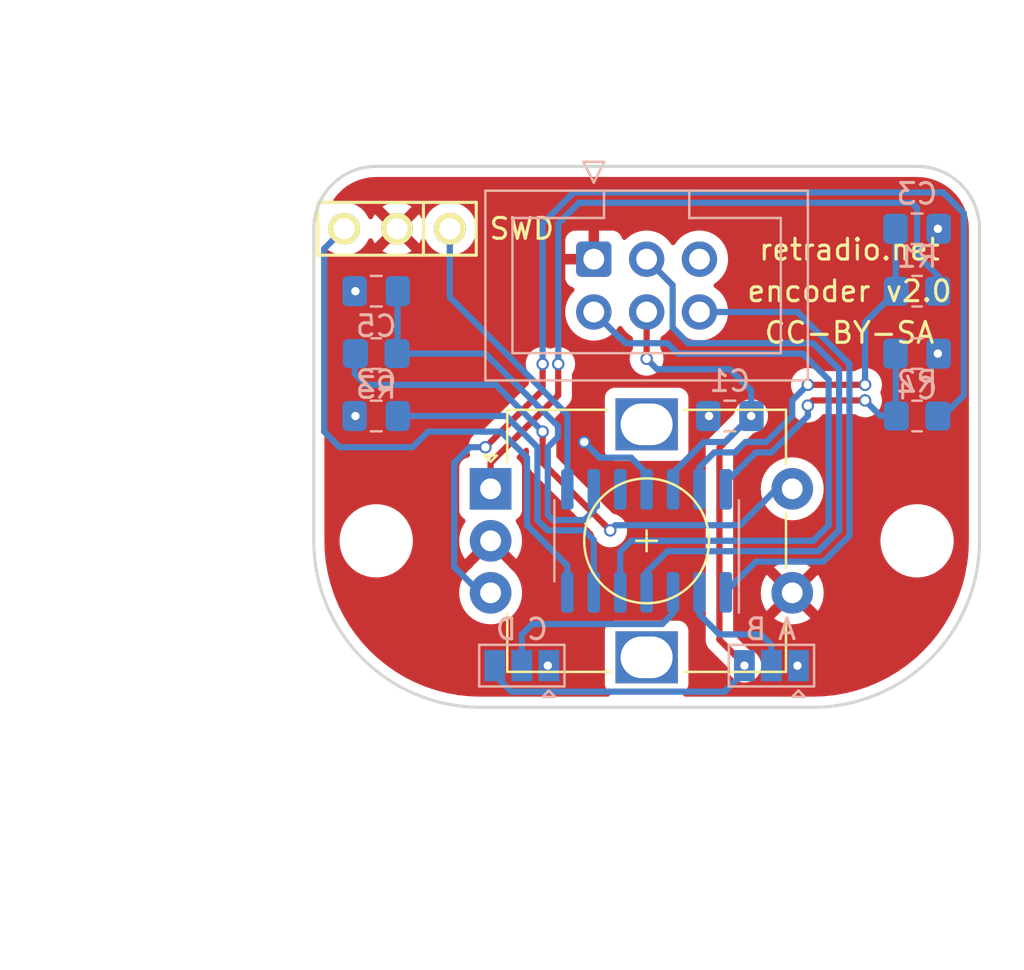
<source format=kicad_pcb>
(kicad_pcb (version 20211014) (generator pcbnew)
  (layers (0 "F.Cu" signal) (31 "B.Cu" signal) (34 "B.Paste" user) (35 "F.Paste" user) (36 "B.SilkS" user "B.Silkscreen") (37 "F.SilkS" user "F.Silkscreen") (38 "B.Mask" user) (39 "F.Mask" user) (44 "Edge.Cuts" user))
  (net 0 "")
  (net 1 "GND")
  (net 2 "+3V3")
  (net 3 "/ALERT")
  (net 4 "/SCL")
  (net 5 "/SDA")
  (net 6 "/SWDIO")
  (net 7 "/SWCLK")
  (net 8 "Net-(C2-Pad1)")
  (net 9 "/ENCA")
  (net 10 "/ENCB")
  (net 11 "/ENCP")
  (net 12 "/ADDR1")
  (net 13 "/ADDR0")
  (net 14 "Net-(R1-Pad1)")
  (net 15 "Net-(R2-Pad1)")
  (net 16 "Net-(R3-Pad1)")
  (footprint "Drake:RotaryEncoder_Bourns_PEC12R-4x20F-Sxxxx" (layer "F.Cu") (at 100 100)
    (fp_text reference "SW1" hide)
    (fp_text value "RotaryEncoder_Switch")
    (fp_line (start -7.8 -4.1) (end -7.2 -4.1) (layer "F.SilkS") (width 0.12))
    (fp_line (start -1.8 6.3) (end -6.7 6.3) (layer "F.SilkS") (width 0.12))
    (fp_line (start -6.7 -6.3) (end -6.7 -3.8) (layer "F.SilkS") (width 0.12))
    (fp_line (start -0.5 0) (end 0.5 0) (layer "F.SilkS") (width 0.12))
    (fp_line (start 6.7 3.7) (end 6.7 6.3) (layer "F.SilkS") (width 0.12))
    (fp_line (start -6.7 6.3) (end -6.7 3.5) (layer "F.SilkS") (width 0.12))
    (fp_line (start 0 -0.5) (end 0 0.5) (layer "F.SilkS") (width 0.12))
    (fp_line (start -7.5 -3.8) (end -7.8 -4.1) (layer "F.SilkS") (width 0.12))
    (fp_line (start 6.7 -1.3) (end 6.7 1.3) (layer "F.SilkS") (width 0.12))
    (fp_line (start 6.7 6.3) (end 1.8 6.3) (layer "F.SilkS") (width 0.12))
    (fp_line (start 6.7 -6.3) (end 6.7 -3.7) (layer "F.SilkS") (width 0.12))
    (fp_line (start -1.9 -6.3) (end -6.7 -6.3) (layer "F.SilkS") (width 0.12))
    (fp_line (start -7.2 -4.1) (end -7.5 -3.8) (layer "F.SilkS") (width 0.12))
    (fp_line (start 1.8 -6.3) (end 6.7 -6.3) (layer "F.SilkS") (width 0.12))
    (fp_circle (center 0 0) (end 3 0) (layer "F.SilkS") (width 0.12) (fill none))
    (pad "A" thru_hole rect locked (at -7.5 -2.5) (size 2 2) (drill 1) (layers *.Cu *.Mask) (net 14 "Net-(R1-Pad1)"))
    (pad "B" thru_hole circle locked (at -7.5 2.5) (size 2 2) (drill 1) (layers *.Cu *.Mask) (net 15 "Net-(R2-Pad1)"))
    (pad "C" thru_hole circle locked (at -7.5 0) (size 2 2) (drill 1) (layers *.Cu *.Mask) (net 1 "GND"))
    (pad "MP" thru_hole rect locked (at 0 5.6) (size 3 2.5) (drill oval 2.5 2) (layers *.Cu *.Mask))
    (pad "MP" thru_hole rect locked (at 0 -5.6) (size 3 2.5) (drill oval 2.5 2) (layers *.Cu *.Mask))
    (pad "S1" thru_hole circle locked (at 7 -2.5) (size 2 2) (drill 1) (layers *.Cu *.Mask) (net 16 "Net-(R3-Pad1)"))
    (pad "S2" thru_hole circle locked (at 7 2.5) (size 2 2) (drill 1) (layers *.Cu *.Mask) (net 1 "GND"))
  )
  (footprint "Drake:SWD" (layer "F.Cu") (at 88 85 180)
    (fp_text reference "X2" hide)
    (fp_text value "SWD")
    (fp_line (start 3.81 1.27) (end -3.81 1.27) (layer "F.SilkS") (width 0.15))
    (fp_line (start -3.81 -1.27) (end 3.81 -1.27) (layer "F.SilkS") (width 0.15))
    (fp_line (start -1.27 -1.27) (end -1.27 1.27) (layer "F.SilkS") (width 0.15))
    (fp_line (start -3.81 1.27) (end -3.81 -1.27) (layer "F.SilkS") (width 0.15))
    (fp_line (start 3.81 -1.27) (end 3.81 1.27) (layer "F.SilkS") (width 0.15))
    (pad "1" thru_hole circle locked (at -2.54 0 180) (size 1.524 1.524) (drill 1.016) (layers *.Cu *.Mask "F.SilkS") (net 6 "/SWDIO"))
    (pad "2" thru_hole circle locked (at 0 0 180) (size 1.524 1.524) (drill 1.016) (layers *.Cu *.Mask "F.SilkS") (net 1 "GND"))
    (pad "3" thru_hole circle locked (at 2.54 0 180) (size 1.524 1.524) (drill 1.016) (layers *.Cu *.Mask "F.SilkS") (net 7 "/SWCLK"))
  )
  (footprint "Capacitor_SMD:C_0805_2012Metric_Pad1.18x1.45mm_HandSolder" (layer "B.Cu") (at 104 94 180)
    (fp_text reference "C1" (at 0 1.68) (layer "B.SilkS") (effects (justify mirror)))
    (fp_text value "100n")
    (fp_line (start -0.261252 -0.735) (end 0.261252 -0.735) (layer "B.SilkS") (width 0.12))
    (fp_line (start -0.261252 0.735) (end 0.261252 0.735) (layer "B.SilkS") (width 0.12))
    (pad "1" smd roundrect locked (at -1.0375 0 180) (size 1.175 1.45) (layers "B.Cu" "B.Paste" "B.Mask") (roundrect_rratio 0.212766) (net 2 "+3V3"))
    (pad "2" smd roundrect locked (at 1.0375 0 180) (size 1.175 1.45) (layers "B.Cu" "B.Paste" "B.Mask") (roundrect_rratio 0.212766) (net 1 "GND"))
  )
  (footprint "Capacitor_SMD:C_0805_2012Metric_Pad1.18x1.45mm_HandSolder" (layer "B.Cu") (at 87 94 180)
    (fp_text reference "C2" (at 0 1.68) (layer "B.SilkS") (effects (justify mirror)))
    (fp_text value "100n")
    (fp_line (start -0.261252 0.735) (end 0.261252 0.735) (layer "B.SilkS") (width 0.12))
    (fp_line (start -0.261252 -0.735) (end 0.261252 -0.735) (layer "B.SilkS") (width 0.12))
    (pad "1" smd roundrect locked (at -1.0375 0 180) (size 1.175 1.45) (layers "B.Cu" "B.Paste" "B.Mask") (roundrect_rratio 0.212766) (net 8 "Net-(C2-Pad1)"))
    (pad "2" smd roundrect locked (at 1.0375 0 180) (size 1.175 1.45) (layers "B.Cu" "B.Paste" "B.Mask") (roundrect_rratio 0.212766) (net 1 "GND"))
  )
  (footprint "Capacitor_SMD:C_0805_2012Metric_Pad1.18x1.45mm_HandSolder" (layer "B.Cu") (at 113 85 180)
    (fp_text reference "C3" (at 0 1.68) (layer "B.SilkS") (effects (justify mirror)))
    (fp_text value "100n")
    (fp_line (start -0.261252 0.735) (end 0.261252 0.735) (layer "B.SilkS") (width 0.12))
    (fp_line (start -0.261252 -0.735) (end 0.261252 -0.735) (layer "B.SilkS") (width 0.12))
    (pad "1" smd roundrect locked (at -1.0375 0 180) (size 1.175 1.45) (layers "B.Cu" "B.Paste" "B.Mask") (roundrect_rratio 0.212766) (net 1 "GND"))
    (pad "2" smd roundrect locked (at 1.0375 0 180) (size 1.175 1.45) (layers "B.Cu" "B.Paste" "B.Mask") (roundrect_rratio 0.212766) (net 9 "/ENCA"))
  )
  (footprint "Capacitor_SMD:C_0805_2012Metric_Pad1.18x1.45mm_HandSolder" (layer "B.Cu") (at 113 91)
    (fp_text reference "C4" (at 0 1.68 180) (layer "B.SilkS") (effects (justify mirror)))
    (fp_text value "100n")
    (fp_line (start -0.261252 -0.735) (end 0.261252 -0.735) (layer "B.SilkS") (width 0.12))
    (fp_line (start -0.261252 0.735) (end 0.261252 0.735) (layer "B.SilkS") (width 0.12))
    (pad "1" smd roundrect locked (at -1.0375 0) (size 1.175 1.45) (layers "B.Cu" "B.Paste" "B.Mask") (roundrect_rratio 0.212766) (net 10 "/ENCB"))
    (pad "2" smd roundrect locked (at 1.0375 0) (size 1.175 1.45) (layers "B.Cu" "B.Paste" "B.Mask") (roundrect_rratio 0.212766) (net 1 "GND"))
  )
  (footprint "Capacitor_SMD:C_0805_2012Metric_Pad1.18x1.45mm_HandSolder" (layer "B.Cu") (at 87 88)
    (fp_text reference "C5" (at 0 1.68 180) (layer "B.SilkS") (effects (justify mirror)))
    (fp_text value "100n")
    (fp_line (start -0.261252 -0.735) (end 0.261252 -0.735) (layer "B.SilkS") (width 0.12))
    (fp_line (start -0.261252 0.735) (end 0.261252 0.735) (layer "B.SilkS") (width 0.12))
    (pad "1" smd roundrect locked (at -1.0375 0) (size 1.175 1.45) (layers "B.Cu" "B.Paste" "B.Mask") (roundrect_rratio 0.212766) (net 1 "GND"))
    (pad "2" smd roundrect locked (at 1.0375 0) (size 1.175 1.45) (layers "B.Cu" "B.Paste" "B.Mask") (roundrect_rratio 0.212766) (net 11 "/ENCP"))
  )
  (footprint "MountingHole:MountingHole_2.5mm" (layer "B.Cu") (at 113 100)
    (fp_text reference "H2" hide)
    (fp_text value "MountingHole")
    (pad "" np_thru_hole circle locked (at 0 0) (size 2.5 2.5) (drill 2.5) (layers *.Cu *.Mask))
  )
  (footprint "Jumper:SolderJumper-3_P1.3mm_Open_Pad1.0x1.5mm" (layer "B.Cu") (at 94 106 180)
    (fp_text reference "J1" hide)
    (fp_text value "GS3")
    (fp_line (start -2.05 1) (end 2.05 1) (layer "B.SilkS") (width 0.12))
    (fp_line (start 2.05 -1) (end -2.05 -1) (layer "B.SilkS") (width 0.12))
    (fp_line (start -1.3 -1.2) (end -1.6 -1.5) (layer "B.SilkS") (width 0.12))
    (fp_line (start 2.05 1) (end 2.05 -1) (layer "B.SilkS") (width 0.12))
    (fp_line (start -1.3 -1.2) (end -1 -1.5) (layer "B.SilkS") (width 0.12))
    (fp_line (start -2.05 -1) (end -2.05 1) (layer "B.SilkS") (width 0.12))
    (fp_line (start -1.6 -1.5) (end -1 -1.5) (layer "B.SilkS") (width 0.12))
    (pad "1" smd rect locked (at -1.3 0 180) (size 1 1.5) (layers "B.Cu" "B.Mask") (net 1 "GND"))
    (pad "2" smd rect locked (at 0 0 180) (size 1 1.5) (layers "B.Cu" "B.Mask") (net 12 "/ADDR1"))
    (pad "3" smd rect locked (at 1.3 0 180) (size 1 1.5) (layers "B.Cu" "B.Mask") (net 2 "+3V3"))
  )
  (footprint "Jumper:SolderJumper-3_P1.3mm_Open_Pad1.0x1.5mm" (layer "B.Cu") (at 106 106 180)
    (fp_text reference "J2" hide)
    (fp_text value "GS3")
    (fp_line (start -1.3 -1.2) (end -1 -1.5) (layer "B.SilkS") (width 0.12))
    (fp_line (start -2.05 1) (end 2.05 1) (layer "B.SilkS") (width 0.12))
    (fp_line (start -2.05 -1) (end -2.05 1) (layer "B.SilkS") (width 0.12))
    (fp_line (start 2.05 1) (end 2.05 -1) (layer "B.SilkS") (width 0.12))
    (fp_line (start -1.3 -1.2) (end -1.6 -1.5) (layer "B.SilkS") (width 0.12))
    (fp_line (start -1.6 -1.5) (end -1 -1.5) (layer "B.SilkS") (width 0.12))
    (fp_line (start 2.05 -1) (end -2.05 -1) (layer "B.SilkS") (width 0.12))
    (pad "1" smd rect locked (at -1.3 0 180) (size 1 1.5) (layers "B.Cu" "B.Mask") (net 1 "GND"))
    (pad "2" smd rect locked (at 0 0 180) (size 1 1.5) (layers "B.Cu" "B.Mask") (net 13 "/ADDR0"))
    (pad "3" smd rect locked (at 1.3 0 180) (size 1 1.5) (layers "B.Cu" "B.Mask") (net 2 "+3V3"))
  )
  (footprint "Resistor_SMD:R_0805_2012Metric_Pad1.20x1.40mm_HandSolder" (layer "B.Cu") (at 113 88 180)
    (fp_text reference "R1" (at 0 1.65) (layer "B.SilkS") (effects (justify mirror)))
    (fp_text value "10k")
    (fp_line (start -0.227064 -0.735) (end 0.227064 -0.735) (layer "B.SilkS") (width 0.12))
    (fp_line (start -0.227064 0.735) (end 0.227064 0.735) (layer "B.SilkS") (width 0.12))
    (pad "1" smd roundrect locked (at -1 0 180) (size 1.2 1.4) (layers "B.Cu" "B.Paste" "B.Mask") (roundrect_rratio 0.208333) (net 14 "Net-(R1-Pad1)"))
    (pad "2" smd roundrect locked (at 1 0 180) (size 1.2 1.4) (layers "B.Cu" "B.Paste" "B.Mask") (roundrect_rratio 0.208333) (net 9 "/ENCA"))
  )
  (footprint "Resistor_SMD:R_0805_2012Metric_Pad1.20x1.40mm_HandSolder" (layer "B.Cu") (at 113 94 180)
    (fp_text reference "R2" (at 0 1.65) (layer "B.SilkS") (effects (justify mirror)))
    (fp_text value "10k")
    (fp_line (start -0.227064 -0.735) (end 0.227064 -0.735) (layer "B.SilkS") (width 0.12))
    (fp_line (start -0.227064 0.735) (end 0.227064 0.735) (layer "B.SilkS") (width 0.12))
    (pad "1" smd roundrect locked (at -1 0 180) (size 1.2 1.4) (layers "B.Cu" "B.Paste" "B.Mask") (roundrect_rratio 0.208333) (net 15 "Net-(R2-Pad1)"))
    (pad "2" smd roundrect locked (at 1 0 180) (size 1.2 1.4) (layers "B.Cu" "B.Paste" "B.Mask") (roundrect_rratio 0.208333) (net 10 "/ENCB"))
  )
  (footprint "Resistor_SMD:R_0805_2012Metric_Pad1.20x1.40mm_HandSolder" (layer "B.Cu") (at 87 91)
    (fp_text reference "R3" (at 0 1.65 180) (layer "B.SilkS") (effects (justify mirror)))
    (fp_text value "10k")
    (fp_line (start -0.227064 -0.735) (end 0.227064 -0.735) (layer "B.SilkS") (width 0.12))
    (fp_line (start -0.227064 0.735) (end 0.227064 0.735) (layer "B.SilkS") (width 0.12))
    (pad "1" smd roundrect locked (at -1 0) (size 1.2 1.4) (layers "B.Cu" "B.Paste" "B.Mask") (roundrect_rratio 0.208333) (net 16 "Net-(R3-Pad1)"))
    (pad "2" smd roundrect locked (at 1 0) (size 1.2 1.4) (layers "B.Cu" "B.Paste" "B.Mask") (roundrect_rratio 0.208333) (net 11 "/ENCP"))
  )
  (footprint "Package_SO:SOIC-14_3.9x8.7mm_P1.27mm" (layer "B.Cu") (at 100 100 90)
    (fp_text reference "U1" hide)
    (fp_text value "ATSAMD11C14A-SS")
    (fp_line (start 0 4.435) (end 1.95 4.435) (layer "B.SilkS") (width 0.12))
    (fp_line (start 0 4.435) (end -3.45 4.435) (layer "B.SilkS") (width 0.12))
    (fp_line (start 0 -4.435) (end 1.95 -4.435) (layer "B.SilkS") (width 0.12))
    (fp_line (start 0 -4.435) (end -1.95 -4.435) (layer "B.SilkS") (width 0.12))
    (pad "1" smd roundrect locked (at -2.475 3.81 90) (size 1.95 0.6) (layers "B.Cu" "B.Paste" "B.Mask") (net 3 "/ALERT"))
    (pad "2" smd roundrect locked (at -2.475 2.54 90) (size 1.95 0.6) (layers "B.Cu" "B.Paste" "B.Mask") (net 13 "/ADDR0"))
    (pad "3" smd roundrect locked (at -2.475 1.27 90) (size 1.95 0.6) (layers "B.Cu" "B.Paste" "B.Mask") (net 12 "/ADDR1"))
    (pad "4" smd roundrect locked (at -2.475 0 90) (size 1.95 0.6) (layers "B.Cu" "B.Paste" "B.Mask") (net 5 "/SDA"))
    (pad "5" smd roundrect locked (at -2.475 -1.27 90) (size 1.95 0.6) (layers "B.Cu" "B.Paste" "B.Mask") (net 4 "/SCL"))
    (pad "6" smd roundrect locked (at -2.475 -2.54 90) (size 1.95 0.6) (layers "B.Cu" "B.Paste" "B.Mask") (net 8 "Net-(C2-Pad1)"))
    (pad "7" smd roundrect locked (at -2.475 -3.81 90) (size 1.95 0.6) (layers "B.Cu" "B.Paste" "B.Mask") (net 7 "/SWCLK"))
    (pad "8" smd roundrect locked (at 2.475 -3.81 90) (size 1.95 0.6) (layers "B.Cu" "B.Paste" "B.Mask") (net 6 "/SWDIO"))
    (pad "9" smd roundrect locked (at 2.475 -2.54 90) (size 1.95 0.6) (layers "B.Cu" "B.Paste" "B.Mask") (net 11 "/ENCP"))
    (pad "10" smd roundrect locked (at 2.475 -1.27 90) (size 1.95 0.6) (layers "B.Cu" "B.Paste" "B.Mask"))
    (pad "11" smd roundrect locked (at 2.475 0 90) (size 1.95 0.6) (layers "B.Cu" "B.Paste" "B.Mask") (net 1 "GND"))
    (pad "12" smd roundrect locked (at 2.475 1.27 90) (size 1.95 0.6) (layers "B.Cu" "B.Paste" "B.Mask") (net 2 "+3V3"))
    (pad "13" smd roundrect locked (at 2.475 2.54 90) (size 1.95 0.6) (layers "B.Cu" "B.Paste" "B.Mask") (net 9 "/ENCA"))
    (pad "14" smd roundrect locked (at 2.475 3.81 90) (size 1.95 0.6) (layers "B.Cu" "B.Paste" "B.Mask") (net 10 "/ENCB"))
  )
  (footprint "Connector_IDC:IDC-Header_2x03_P2.54mm_Vertical" (layer "B.Cu") (at 97.46 86.46 -90)
    (fp_text reference "X1" hide)
    (fp_text value "I2C-6P")
    (fp_line (start -3.29 -0.49) (end -1.98 -0.49) (layer "B.SilkS") (width 0.12))
    (fp_line (start -1.98 -8.99) (end -1.98 -4.59) (layer "B.SilkS") (width 0.12))
    (fp_line (start 5.83 5.21) (end 5.83 -10.29) (layer "B.SilkS") (width 0.12))
    (fp_line (start -1.98 -4.59) (end -3.29 -4.59) (layer "B.SilkS") (width 0.12))
    (fp_line (start -1.98 -0.49) (end -1.98 3.91) (layer "B.SilkS") (width 0.12))
    (fp_line (start 5.83 -10.29) (end -3.29 -10.29) (layer "B.SilkS") (width 0.12))
    (fp_line (start -1.98 3.91) (end 4.52 3.91) (layer "B.SilkS") (width 0.12))
    (fp_line (start -4.68 -0.5) (end -3.68 0) (layer "B.SilkS") (width 0.12))
    (fp_line (start -1.98 -4.59) (end -1.98 -4.59) (layer "B.SilkS") (width 0.12))
    (fp_line (start -3.29 -10.29) (end -3.29 5.21) (layer "B.SilkS") (width 0.12))
    (fp_line (start -4.68 0.5) (end -4.68 -0.5) (layer "B.SilkS") (width 0.12))
    (fp_line (start -3.68 0) (end -4.68 0.5) (layer "B.SilkS") (width 0.12))
    (fp_line (start -3.29 5.21) (end 5.83 5.21) (layer "B.SilkS") (width 0.12))
    (fp_line (start 4.52 3.91) (end 4.52 -8.99) (layer "B.SilkS") (width 0.12))
    (fp_line (start 4.52 -8.99) (end -1.98 -8.99) (layer "B.SilkS") (width 0.12))
    (pad "1" thru_hole roundrect locked (at 0 0 270) (size 1.7 1.7) (drill 1) (layers *.Cu *.Mask) (roundrect_rratio 0.147059) (net 1 "GND"))
    (pad "2" thru_hole circle locked (at 2.54 0 270) (size 1.7 1.7) (drill 1) (layers *.Cu *.Mask) (net 4 "/SCL"))
    (pad "3" thru_hole circle locked (at 0 -2.54 270) (size 1.7 1.7) (drill 1) (layers *.Cu *.Mask) (net 5 "/SDA"))
    (pad "4" thru_hole circle locked (at 2.54 -2.54 270) (size 1.7 1.7) (drill 1) (layers *.Cu *.Mask) (net 2 "+3V3"))
    (pad "5" thru_hole circle locked (at 0 -5.08 270) (size 1.7 1.7) (drill 1) (layers *.Cu *.Mask))
    (pad "6" thru_hole circle locked (at 2.54 -5.08 270) (size 1.7 1.7) (drill 1) (layers *.Cu *.Mask) (net 3 "/ALERT"))
  )
  (footprint "MountingHole:MountingHole_2.5mm" (layer "B.Cu") (at 87 100)
    (fp_text reference "H1" hide)
    (fp_text value "MountingHole")
    (pad "" np_thru_hole circle locked (at 0 0) (size 2.5 2.5) (drill 2.5) (layers *.Cu *.Mask))
  )
  (gr_line (start 116 85) (end 116 100) (layer "Edge.Cuts") (width 0.15))
  (gr_arc (start 92 108) (mid 86.343146 105.656854) (end 84 100) (layer "Edge.Cuts") (width 0.15))
  (gr_line (start 84 100) (end 84 85) (layer "Edge.Cuts") (width 0.15))
  (gr_arc (start 116 100) (mid 113.656854 105.656854) (end 108 108) (layer "Edge.Cuts") (width 0.15))
  (gr_arc (start 113 82) (mid 115.12132 82.87868) (end 116 85) (layer "Edge.Cuts") (width 0.15))
  (gr_line (start 108 108) (end 92 108) (layer "Edge.Cuts") (width 0.15))
  (gr_arc (start 84 85) (mid 84.87868 82.87868) (end 87 82) (layer "Edge.Cuts") (width 0.15))
  (gr_line (start 87 82) (end 113 82) (layer "Edge.Cuts") (width 0.15))
  (gr_text "C" (at 94.75 104.25) (layer "B.SilkS") (effects (font (size 1 1)) (justify mirror)))
  (gr_text "D" (at 93.25 104.25) (layer "B.SilkS") (effects (font (size 1 1)) (justify mirror)))
  (gr_text "B" (at 105.25 104.25) (layer "B.SilkS") (effects (font (size 1 1)) (justify mirror)))
  (gr_text "A" (at 106.75 104.25) (layer "B.SilkS") (effects (font (size 1 1)) (justify mirror)))
  (gr_text "encoder v2.0" (at 109.75 88) (layer "F.SilkS") (effects (font (size 1 1))))
  (gr_text "SWD" (at 94 85) (layer "F.SilkS") (effects (font (size 1 1))))
  (gr_text "CC-BY-SA" (at 109.75 90) (layer "F.SilkS") (effects (font (size 1 1))))
  (gr_text "retradio.net" (at 109.75 86) (layer "F.SilkS") (effects (font (size 1 1))))
  (via (at 95.25 106) (size 0.6) (drill 0.4) (layers "F.Cu" "B.Cu") (net 1))
  (via (at 86 88) (size 0.6) (drill 0.4) (layers "F.Cu" "B.Cu") (net 1))
  (via (at 97 95.25) (size 0.6) (drill 0.4) (layers "F.Cu" "B.Cu") (net 1))
  (via (at 114 91) (size 0.6) (drill 0.4) (layers "F.Cu" "B.Cu") (net 1))
  (via (at 86 94) (size 0.6) (drill 0.4) (layers "F.Cu" "B.Cu") (net 1))
  (via (at 107.25 106) (size 0.6) (drill 0.4) (layers "F.Cu" "B.Cu") (net 1))
  (via (at 103 94) (size 0.6) (drill 0.4) (layers "F.Cu" "B.Cu") (net 1))
  (via (at 114 85) (size 0.6) (drill 0.4) (layers "F.Cu" "B.Cu") (net 1))
  (segment (start 85.975 94) (end 86 94) (width 0.3) (layer "B.Cu") (net 1))
  (segment (start 114.025 85) (end 114 85) (width 0.3) (layer "B.Cu") (net 1))
  (segment (start 114.025 91) (end 114 91) (width 0.3) (layer "B.Cu") (net 1))
  (segment (start 97.75 96) (end 97 95.25) (width 0.3) (layer "B.Cu") (net 1))
  (segment (start 85.975 88) (end 86 88) (width 0.3) (layer "B.Cu") (net 1))
  (segment (start 100 96.75) (end 99.25 96) (width 0.3) (layer "B.Cu") (net 1))
  (segment (start 100 97.525) (end 100 96.75) (width 0.3) (layer "B.Cu") (net 1))
  (segment (start 99.25 96) (end 97.75 96) (width 0.3) (layer "B.Cu") (net 1))
  (segment (start 103.5 95.525) (end 103.5 104.75) (width 0.3) (layer "F.Cu") (net 2))
  (segment (start 105.025 94) (end 103.5 95.525) (width 0.3) (layer "F.Cu") (net 2))
  (segment (start 104.75 106) (end 104.7 106) (width 0.3) (layer "F.Cu") (net 2))
  (segment (start 103.5 104.75) (end 104.75 106) (width 0.3) (layer "F.Cu") (net 2))
  (segment (start 100 91.25) (end 100 89) (width 0.3) (layer "F.Cu") (net 2))
  (via (at 105.025 94) (size 0.6) (drill 0.4) (layers "F.Cu" "B.Cu") (net 2))
  (via (at 100 91.25) (size 0.6) (drill 0.4) (layers "F.Cu" "B.Cu") (net 2))
  (via (at 104.7 106) (size 0.6) (drill 0.4) (layers "F.Cu" "B.Cu") (net 2))
  (segment (start 100.5 91.75) (end 104 91.75) (width 0.3) (layer "B.Cu") (net 2))
  (segment (start 92.7 106.45) (end 93.5 107.25) (width 0.3) (layer "B.Cu") (net 2))
  (segment (start 103.775 95.25) (end 105.025 94) (width 0.3) (layer "B.Cu") (net 2))
  (segment (start 104 91.75) (end 105.025 92.775) (width 0.3) (layer "B.Cu") (net 2))
  (segment (start 104.7 106.3) (end 104.7 106) (width 0.3) (layer "B.Cu") (net 2))
  (segment (start 93.5 107.25) (end 103.75 107.25) (width 0.3) (layer "B.Cu") (net 2))
  (segment (start 103.75 107.25) (end 104.7 106.3) (width 0.3) (layer "B.Cu") (net 2))
  (segment (start 105.025 92.775) (end 105.025 94) (width 0.3) (layer "B.Cu") (net 2))
  (segment (start 101.27 96.73) (end 102.75 95.25) (width 0.3) (layer "B.Cu") (net 2))
  (segment (start 101.27 97.525) (end 101.27 96.73) (width 0.3) (layer "B.Cu") (net 2))
  (segment (start 102.75 95.25) (end 103.775 95.25) (width 0.3) (layer "B.Cu") (net 2))
  (segment (start 100 91.25) (end 100.5 91.75) (width 0.3) (layer "B.Cu") (net 2))
  (segment (start 105 93.975) (end 105.025 94) (width 0.3) (layer "B.Cu") (net 2))
  (segment (start 92.7 106) (end 92.7 106.45) (width 0.3) (layer "B.Cu") (net 2))
  (segment (start 102.54 89) (end 103.25 89) (width 0.3) (layer "B.Cu") (net 3))
  (segment (start 105.25 101) (end 108.5 101) (width 0.3) (layer "B.Cu") (net 3))
  (segment (start 108.5 101) (end 109.75 99.75) (width 0.3) (layer "B.Cu") (net 3))
  (segment (start 109.75 99.75) (end 109.75 91.5) (width 0.3) (layer "B.Cu") (net 3))
  (segment (start 107.25 89) (end 102.54 89) (width 0.3) (layer "B.Cu") (net 3))
  (segment (start 109.75 91.5) (end 107.25 89) (width 0.3) (layer "B.Cu") (net 3))
  (segment (start 103.81 102.44) (end 105.25 101) (width 0.3) (layer "B.Cu") (net 3))
  (segment (start 103.81 102.475) (end 103.81 102.44) (width 0.3) (layer "B.Cu") (net 3))
  (segment (start 99.25 100) (end 108 100) (width 0.3) (layer "B.Cu") (net 4))
  (segment (start 108.75 92.25) (end 107.5 91) (width 0.3) (layer "B.Cu") (net 4))
  (segment (start 98.71 90.25) (end 97.46 89) (width 0.3) (layer "B.Cu") (net 4))
  (segment (start 101.5 91) (end 101 90.5) (width 0.3) (layer "B.Cu") (net 4))
  (segment (start 98.73 102.475) (end 98.73 100.52) (width 0.3) (layer "B.Cu") (net 4))
  (segment (start 107.5 91) (end 101.5 91) (width 0.3) (layer "B.Cu") (net 4))
  (segment (start 99 90.5) (end 98.75 90.25) (width 0.3) (layer "B.Cu") (net 4))
  (segment (start 98.73 100.52) (end 99.25 100) (width 0.3) (layer "B.Cu") (net 4))
  (segment (start 108.75 99.25) (end 108.75 92.25) (width 0.3) (layer "B.Cu") (net 4))
  (segment (start 98.75 90.25) (end 98.71 90.25) (width 0.3) (layer "B.Cu") (net 4))
  (segment (start 101 90.5) (end 99 90.5) (width 0.3) (layer "B.Cu") (net 4))
  (segment (start 108 100) (end 108.75 99.25) (width 0.3) (layer "B.Cu") (net 4))
  (segment (start 101.25 89.75) (end 101.25 87.71) (width 0.3) (layer "B.Cu") (net 5))
  (segment (start 100 101.5) (end 101 100.5) (width 0.3) (layer "B.Cu") (net 5))
  (segment (start 108.25 100.5) (end 109.25 99.5) (width 0.3) (layer "B.Cu") (net 5))
  (segment (start 108 90.5) (end 102 90.5) (width 0.3) (layer "B.Cu") (net 5))
  (segment (start 102 90.5) (end 101.25 89.75) (width 0.3) (layer "B.Cu") (net 5))
  (segment (start 100 102.475) (end 100 101.5) (width 0.3) (layer "B.Cu") (net 5))
  (segment (start 101.25 87.71) (end 100 86.46) (width 0.3) (layer "B.Cu") (net 5))
  (segment (start 109.25 99.5) (end 109.25 91.75) (width 0.3) (layer "B.Cu") (net 5))
  (segment (start 109.25 91.75) (end 108 90.5) (width 0.3) (layer "B.Cu") (net 5))
  (segment (start 101 100.5) (end 108.25 100.5) (width 0.3) (layer "B.Cu") (net 5))
  (segment (start 96.19 93.94) (end 96.19 97.525) (width 0.3) (layer "B.Cu") (net 6))
  (segment (start 90.54 88.29) (end 96.19 93.94) (width 0.3) (layer "B.Cu") (net 6))
  (segment (start 90.54 85) (end 90.54 88.29) (width 0.3) (layer "B.Cu") (net 6))
  (segment (start 96.19 102.475) (end 96.19 101.19) (width 0.3) (layer "B.Cu") (net 7))
  (segment (start 85.25 95.5) (end 84.5 94.75) (width 0.3) (layer "B.Cu") (net 7))
  (segment (start 94.25 99.25) (end 94.25 96) (width 0.3) (layer "B.Cu") (net 7))
  (segment (start 93 94.75) (end 89.5 94.75) (width 0.3) (layer "B.Cu") (net 7))
  (segment (start 84.5 85.96) (end 85.46 85) (width 0.3) (layer "B.Cu") (net 7))
  (segment (start 96.19 101.19) (end 94.25 99.25) (width 0.3) (layer "B.Cu") (net 7))
  (segment (start 94.25 96) (end 93 94.75) (width 0.3) (layer "B.Cu") (net 7))
  (segment (start 88.75 95.5) (end 85.25 95.5) (width 0.3) (layer "B.Cu") (net 7))
  (segment (start 84.5 94.75) (end 84.5 85.96) (width 0.3) (layer "B.Cu") (net 7))
  (segment (start 89.5 94.75) (end 88.75 95.5) (width 0.3) (layer "B.Cu") (net 7))
  (segment (start 94.75 95.5) (end 93.25 94) (width 0.3) (layer "B.Cu") (net 8))
  (segment (start 97.46 102.475) (end 97.46 99.96) (width 0.3) (layer "B.Cu") (net 8))
  (segment (start 93.25 94) (end 88.025 94) (width 0.3) (layer "B.Cu") (net 8))
  (segment (start 97.46 99.96) (end 97 99.5) (width 0.3) (layer "B.Cu") (net 8))
  (segment (start 95.25 99.5) (end 94.75 99) (width 0.3) (layer "B.Cu") (net 8))
  (segment (start 97 99.5) (end 95.25 99.5) (width 0.3) (layer "B.Cu") (net 8))
  (segment (start 94.75 99) (end 94.75 95.5) (width 0.3) (layer "B.Cu") (net 8))
  (segment (start 107.75 92.5) (end 110.5 92.5) (width 0.3) (layer "F.Cu") (net 9))
  (via (at 110.5 92.5) (size 0.6) (drill 0.4) (layers "F.Cu" "B.Cu") (net 9))
  (via (at 107.75 92.5) (size 0.6) (drill 0.4) (layers "F.Cu" "B.Cu") (net 9))
  (segment (start 103.25 95.75) (end 102.54 96.46) (width 0.3) (layer "B.Cu") (net 9))
  (segment (start 105.75 95.25) (end 104.75 95.25) (width 0.3) (layer "B.Cu") (net 9))
  (segment (start 110.5 89.5) (end 111.975 88.025) (width 0.3) (layer "B.Cu") (net 9))
  (segment (start 110.5 92.5) (end 110.5 89.5) (width 0.3) (layer "B.Cu") (net 9))
  (segment (start 104.75 95.25) (end 104.25 95.75) (width 0.3) (layer "B.Cu") (net 9))
  (segment (start 102.54 96.46) (end 102.54 97.525) (width 0.3) (layer "B.Cu") (net 9))
  (segment (start 107 94) (end 105.75 95.25) (width 0.3) (layer "B.Cu") (net 9))
  (segment (start 107 93.25) (end 107 94) (width 0.3) (layer "B.Cu") (net 9))
  (segment (start 107.75 92.5) (end 107 93.25) (width 0.3) (layer "B.Cu") (net 9))
  (segment (start 111.975 85) (end 111.975 88) (width 0.3) (layer "B.Cu") (net 9))
  (segment (start 104.25 95.75) (end 103.25 95.75) (width 0.3) (layer "B.Cu") (net 9))
  (segment (start 111.975 88.025) (end 111.975 88) (width 0.3) (layer "B.Cu") (net 9))
  (segment (start 107.75 93.5) (end 108 93.25) (width 0.3) (layer "F.Cu") (net 10))
  (segment (start 108 93.25) (end 110.5 93.25) (width 0.3) (layer "F.Cu") (net 10))
  (via (at 107.75 93.5) (size 0.6) (drill 0.4) (layers "F.Cu" "B.Cu") (net 10))
  (via (at 110.5 93.25) (size 0.6) (drill 0.4) (layers "F.Cu" "B.Cu") (net 10))
  (segment (start 111.25 94) (end 111.975 94) (width 0.3) (layer "B.Cu") (net 10))
  (segment (start 107.75 93.5) (end 107.75 94) (width 0.3) (layer "B.Cu") (net 10))
  (segment (start 107.75 94) (end 106 95.75) (width 0.3) (layer "B.Cu") (net 10))
  (segment (start 105.25 95.75) (end 103.81 97.19) (width 0.3) (layer "B.Cu") (net 10))
  (segment (start 110.5 93.25) (end 111.25 94) (width 0.3) (layer "B.Cu") (net 10))
  (segment (start 106 95.75) (end 105.25 95.75) (width 0.3) (layer "B.Cu") (net 10))
  (segment (start 111.975 91) (end 111.975 94) (width 0.3) (layer "B.Cu") (net 10))
  (segment (start 103.81 97.19) (end 103.81 97.525) (width 0.3) (layer "B.Cu") (net 10))
  (segment (start 97 99) (end 97.46 98.54) (width 0.3) (layer "B.Cu") (net 11))
  (segment (start 92.25 91) (end 95.73999 94.48999) (width 0.3) (layer "B.Cu") (net 11))
  (segment (start 88.025 91) (end 92.25 91) (width 0.3) (layer "B.Cu") (net 11))
  (segment (start 95.25 98.75) (end 95.5 99) (width 0.3) (layer "B.Cu") (net 11))
  (segment (start 97.46 98.54) (end 97.46 97.525) (width 0.3) (layer "B.Cu") (net 11))
  (segment (start 95.73999 95.01001) (end 95.25 95.5) (width 0.3) (layer "B.Cu") (net 11))
  (segment (start 95.73999 94.48999) (end 95.73999 95.01001) (width 0.3) (layer "B.Cu") (net 11))
  (segment (start 95.25 95.5) (end 95.25 98.75) (width 0.3) (layer "B.Cu") (net 11))
  (segment (start 95.5 99) (end 97 99) (width 0.3) (layer "B.Cu") (net 11))
  (segment (start 88.025 88) (end 88.025 91) (width 0.3) (layer "B.Cu") (net 11))
  (segment (start 94.5 104) (end 94 104.5) (width 0.3) (layer "B.Cu") (net 12))
  (segment (start 100.75 104) (end 94.5 104) (width 0.3) (layer "B.Cu") (net 12))
  (segment (start 101.27 102.475) (end 101.27 103.48) (width 0.3) (layer "B.Cu") (net 12))
  (segment (start 101.27 103.48) (end 100.75 104) (width 0.3) (layer "B.Cu") (net 12))
  (segment (start 94 104.5) (end 94 106) (width 0.3) (layer "B.Cu") (net 12))
  (segment (start 102.54 103.54) (end 103.5 104.5) (width 0.3) (layer "B.Cu") (net 13))
  (segment (start 102.54 102.475) (end 102.54 103.54) (width 0.3) (layer "B.Cu") (net 13))
  (segment (start 106 105) (end 106 106) (width 0.3) (layer "B.Cu") (net 13))
  (segment (start 105.5 104.5) (end 106 105) (width 0.3) (layer "B.Cu") (net 13))
  (segment (start 103.5 104.5) (end 105.5 104.5) (width 0.3) (layer "B.Cu") (net 13))
  (segment (start 95.75 93) (end 92.5 96.25) (width 0.3) (layer "F.Cu") (net 14))
  (segment (start 95.75 91.5) (end 95.75 93) (width 0.3) (layer "F.Cu") (net 14))
  (segment (start 92.5 96.25) (end 92.5 97.5) (width 0.3) (layer "F.Cu") (net 14))
  (via (at 95.75 91.5) (size 0.6) (drill 0.4) (layers "F.Cu" "B.Cu") (net 14))
  (segment (start 113 84) (end 113 86.25) (width 0.3) (layer "B.Cu") (net 14))
  (segment (start 95.75 84.75) (end 96.75 83.75) (width 0.3) (layer "B.Cu") (net 14))
  (segment (start 95.75 91.5) (end 95.75 84.75) (width 0.3) (layer "B.Cu") (net 14))
  (segment (start 96.75 83.75) (end 112.75 83.75) (width 0.3) (layer "B.Cu") (net 14))
  (segment (start 112.75 83.75) (end 113 84) (width 0.3) (layer "B.Cu") (net 14))
  (segment (start 114.025 87.275) (end 114.025 88) (width 0.3) (layer "B.Cu") (net 14))
  (segment (start 113 86.25) (end 114.025 87.275) (width 0.3) (layer "B.Cu") (net 14))
  (segment (start 95 92.75) (end 95 91.5) (width 0.3) (layer "F.Cu") (net 15))
  (segment (start 92.25 95.5) (end 95 92.75) (width 0.3) (layer "F.Cu") (net 15))
  (via (at 92.25 95.5) (size 0.6) (drill 0.4) (layers "F.Cu" "B.Cu") (net 15))
  (via (at 95 91.5) (size 0.6) (drill 0.4) (layers "F.Cu" "B.Cu") (net 15))
  (segment (start 96.5 83.25) (end 114.25 83.25) (width 0.3) (layer "B.Cu") (net 15))
  (segment (start 114.25 83.25) (end 115.25 84.25) (width 0.3) (layer "B.Cu") (net 15))
  (segment (start 90.75 96.25) (end 90.75 101.25) (width 0.3) (layer "B.Cu") (net 15))
  (segment (start 92.25 95.5) (end 91.5 95.5) (width 0.3) (layer "B.Cu") (net 15))
  (segment (start 92 102.5) (end 92.5 102.5) (width 0.3) (layer "B.Cu") (net 15))
  (segment (start 91.5 95.5) (end 90.75 96.25) (width 0.3) (layer "B.Cu") (net 15))
  (segment (start 95 91.5) (end 95 84.75) (width 0.3) (layer "B.Cu") (net 15))
  (segment (start 115.25 93) (end 114.25 94) (width 0.3) (layer "B.Cu") (net 15))
  (segment (start 90.75 101.25) (end 92 102.5) (width 0.3) (layer "B.Cu") (net 15))
  (segment (start 115.25 84.25) (end 115.25 93) (width 0.3) (layer "B.Cu") (net 15))
  (segment (start 95 84.75) (end 96.5 83.25) (width 0.3) (layer "B.Cu") (net 15))
  (segment (start 114.25 94) (end 114.025 94) (width 0.3) (layer "B.Cu") (net 15))
  (segment (start 98.25 99.5) (end 95 96.25) (width 0.3) (layer "F.Cu") (net 16))
  (segment (start 95 96.25) (end 95 95) (width 0.3) (layer "F.Cu") (net 16))
  (segment (start 95 95) (end 95 94.75) (width 0.3) (layer "F.Cu") (net 16))
  (via (at 98.25 99.5) (size 0.6) (drill 0.4) (layers "F.Cu" "B.Cu") (net 16))
  (via (at 95 94.75) (size 0.6) (drill 0.4) (layers "F.Cu" "B.Cu") (net 16))
  (segment (start 92.75 92.5) (end 86.5 92.5) (width 0.3) (layer "B.Cu") (net 16))
  (segment (start 86.5 92.5) (end 85.975 91.975) (width 0.3) (layer "B.Cu") (net 16))
  (segment (start 106.25 97.5) (end 104.5 99.25) (width 0.3) (layer "B.Cu") (net 16))
  (segment (start 95 94.75) (end 92.75 92.5) (width 0.3) (layer "B.Cu") (net 16))
  (segment (start 98.5 99.25) (end 98.25 99.5) (width 0.3) (layer "B.Cu") (net 16))
  (segment (start 104.5 99.25) (end 98.5 99.25) (width 0.3) (layer "B.Cu") (net 16))
  (segment (start 107 97.5) (end 106.25 97.5) (width 0.3) (layer "B.Cu") (net 16))
  (segment (start 85.975 91.975) (end 85.975 91) (width 0.3) (layer "B.Cu") (net 16))
  (zone (net 1) (net_name "GND") (layer "F.Cu") (connect_pads (clearance 0.508)) (min_thickness 0.254) (fill yes (thermal_gap 0.508) (thermal_bridge_width 0.508))
    (polygon (pts (xy 116 108) (xy 84 108) (xy 84 82) (xy 116 82)))
  )
)
</source>
